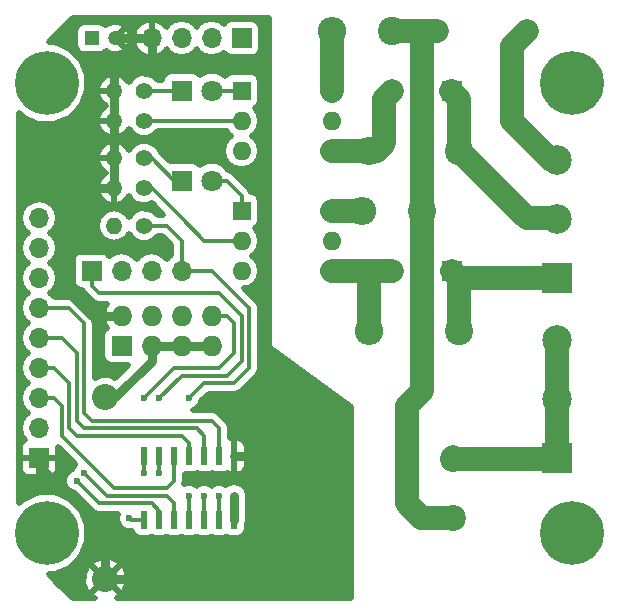
<source format=gbr>
G04 #@! TF.FileFunction,Copper,L2,Bot,Signal*
%FSLAX46Y46*%
G04 Gerber Fmt 4.6, Leading zero omitted, Abs format (unit mm)*
G04 Created by KiCad (PCBNEW 4.0.7-e2-6376~58~ubuntu17.04.1) date Sat May  5 23:35:11 2018*
%MOMM*%
%LPD*%
G01*
G04 APERTURE LIST*
%ADD10C,0.100000*%
%ADD11C,5.400000*%
%ADD12C,2.200000*%
%ADD13R,1.700000X1.700000*%
%ADD14O,1.700000X1.700000*%
%ADD15R,1.727200X1.727200*%
%ADD16O,1.727200X1.727200*%
%ADD17R,1.600000X1.600000*%
%ADD18O,1.600000X1.600000*%
%ADD19R,1.800000X1.800000*%
%ADD20O,1.800000X1.800000*%
%ADD21R,0.600000X1.500000*%
%ADD22C,1.800000*%
%ADD23C,2.400000*%
%ADD24O,2.400000X2.400000*%
%ADD25C,1.600000*%
%ADD26R,1.200000X1.200000*%
%ADD27C,1.200000*%
%ADD28C,2.500000*%
%ADD29R,2.500000X2.500000*%
%ADD30C,1.400000*%
%ADD31O,1.400000X1.400000*%
%ADD32C,0.600000*%
%ADD33C,0.800000*%
%ADD34C,0.300000*%
%ADD35C,2.000000*%
%ADD36C,0.500000*%
G04 APERTURE END LIST*
D10*
D11*
X176530000Y-137795000D03*
D12*
X210915000Y-136485000D03*
X210915000Y-131485000D03*
X181515000Y-141685000D03*
X181515000Y-126285000D03*
D13*
X175895000Y-131445000D03*
D14*
X175895000Y-128905000D03*
X175895000Y-126365000D03*
X175895000Y-123825000D03*
X175895000Y-121285000D03*
X175895000Y-118745000D03*
X175895000Y-116205000D03*
X175895000Y-113665000D03*
X175895000Y-111125000D03*
D11*
X176530000Y-99695000D03*
X220980000Y-137795000D03*
D15*
X182880000Y-121920000D03*
D16*
X182880000Y-119380000D03*
X185420000Y-121920000D03*
X185420000Y-119380000D03*
X187960000Y-121920000D03*
X187960000Y-119380000D03*
X190500000Y-121920000D03*
X190500000Y-119380000D03*
D17*
X193040000Y-110490000D03*
D18*
X200660000Y-115570000D03*
X193040000Y-113030000D03*
X200660000Y-113030000D03*
X193040000Y-115570000D03*
X200660000Y-110490000D03*
D19*
X210820000Y-115570000D03*
D20*
X208280000Y-115570000D03*
X205740000Y-115570000D03*
D21*
X192405000Y-136685000D03*
X191135000Y-136685000D03*
X189865000Y-136685000D03*
X188595000Y-136685000D03*
X187325000Y-136685000D03*
X186055000Y-136685000D03*
X184785000Y-136685000D03*
X184785000Y-131285000D03*
X186055000Y-131285000D03*
X187325000Y-131285000D03*
X188595000Y-131285000D03*
X189865000Y-131285000D03*
X191135000Y-131285000D03*
X192405000Y-131285000D03*
D19*
X187960000Y-100330000D03*
D22*
X190500000Y-100330000D03*
D19*
X187960000Y-107950000D03*
D22*
X190500000Y-107950000D03*
D17*
X193040000Y-100330000D03*
D18*
X200660000Y-105410000D03*
X193040000Y-102870000D03*
X200660000Y-102870000D03*
X193040000Y-105410000D03*
X200660000Y-100330000D03*
D19*
X210820000Y-100330000D03*
D20*
X208280000Y-100330000D03*
X205740000Y-100330000D03*
D13*
X193040000Y-95885000D03*
D14*
X190500000Y-95885000D03*
X187960000Y-95885000D03*
X185420000Y-95885000D03*
D23*
X205740000Y-95250000D03*
D24*
X200660000Y-95250000D03*
D23*
X208280000Y-110490000D03*
D24*
X203200000Y-110490000D03*
D23*
X211455000Y-105410000D03*
D24*
X203835000Y-105410000D03*
D23*
X211455000Y-120650000D03*
D24*
X203835000Y-120650000D03*
D13*
X180340000Y-115570000D03*
D14*
X182880000Y-115570000D03*
X185420000Y-115570000D03*
X187960000Y-115570000D03*
D11*
X220980000Y-99695000D03*
D25*
X209550000Y-95250000D03*
D18*
X217170000Y-95250000D03*
D26*
X180340000Y-95885000D03*
D27*
X182340000Y-95885000D03*
D28*
X219710000Y-106205000D03*
D29*
X219710000Y-116205000D03*
D28*
X219710000Y-111205000D03*
X219710000Y-121445000D03*
D29*
X219710000Y-131445000D03*
D28*
X219710000Y-126445000D03*
D30*
X184785000Y-100330000D03*
D31*
X182245000Y-100330000D03*
D30*
X184785000Y-106045000D03*
D31*
X182245000Y-106045000D03*
D30*
X184785000Y-102870000D03*
D31*
X182245000Y-102870000D03*
D30*
X184785000Y-108585000D03*
D31*
X182245000Y-108585000D03*
D30*
X184785000Y-111760000D03*
D31*
X182245000Y-111760000D03*
D32*
X191135000Y-134620000D03*
X189865000Y-134620000D03*
X186055000Y-126365000D03*
X186055000Y-132715000D03*
X184785000Y-126365000D03*
X184785000Y-132715000D03*
X183515000Y-136525000D03*
X188595000Y-126365000D03*
X188595000Y-134620000D03*
X179070000Y-133350000D03*
X179705000Y-132715000D03*
X192405000Y-134620000D03*
D33*
X182245000Y-108585000D02*
X180975000Y-108585000D01*
X180975000Y-108585000D02*
X179705000Y-109855000D01*
X182245000Y-106045000D02*
X182245000Y-108585000D01*
X182245000Y-102870000D02*
X182245000Y-106045000D01*
X182245000Y-100330000D02*
X182245000Y-102870000D01*
X180975000Y-119380000D02*
X180340000Y-119380000D01*
X177800000Y-116840000D02*
X177800000Y-116205000D01*
X180340000Y-119380000D02*
X177800000Y-116840000D01*
X177800000Y-111760000D02*
X177800000Y-116205000D01*
X178435000Y-111125000D02*
X177800000Y-111760000D01*
X179705000Y-109855000D02*
X178435000Y-111125000D01*
X182880000Y-119380000D02*
X180975000Y-119380000D01*
X182245000Y-98425000D02*
X182245000Y-100330000D01*
X181515000Y-137795000D02*
X181515000Y-137700000D01*
X181515000Y-137700000D02*
X175895000Y-132080000D01*
X175895000Y-132080000D02*
X175895000Y-131445000D01*
X181515000Y-137795000D02*
X181515000Y-141685000D01*
X182340000Y-95885000D02*
X185420000Y-95885000D01*
X192405000Y-131285000D02*
X194945000Y-131285000D01*
X194945000Y-131285000D02*
X194945000Y-131445000D01*
X185420000Y-97790000D02*
X185420000Y-95885000D01*
X194945000Y-130810000D02*
X194945000Y-99060000D01*
X182880000Y-97790000D02*
X182245000Y-98425000D01*
X193675000Y-97790000D02*
X185420000Y-97790000D01*
X185420000Y-97790000D02*
X182880000Y-97790000D01*
X194945000Y-99060000D02*
X193675000Y-97790000D01*
X194945000Y-130810000D02*
X194945000Y-131445000D01*
X193595000Y-141685000D02*
X194945000Y-140335000D01*
X194945000Y-140335000D02*
X194945000Y-132080000D01*
X193595000Y-141685000D02*
X181515000Y-141685000D01*
X194945000Y-131445000D02*
X194945000Y-132080000D01*
D34*
X187325000Y-131285000D02*
X187325000Y-133350000D01*
X182245000Y-133985000D02*
X181610000Y-133350000D01*
X186690000Y-133985000D02*
X182245000Y-133985000D01*
X187325000Y-133350000D02*
X186690000Y-133985000D01*
X177800000Y-127635000D02*
X177800000Y-127000000D01*
X177165000Y-126365000D02*
X175895000Y-126365000D01*
X177800000Y-127000000D02*
X177165000Y-126365000D01*
X177800000Y-129540000D02*
X177800000Y-127635000D01*
X181610000Y-133350000D02*
X177800000Y-129540000D01*
X184785000Y-100330000D02*
X187960000Y-100330000D01*
X191135000Y-136685000D02*
X191135000Y-134620000D01*
X191135000Y-136050000D02*
X191135000Y-134620000D01*
X190500000Y-100330000D02*
X193040000Y-100330000D01*
X187960000Y-107950000D02*
X187325000Y-107950000D01*
X187325000Y-107950000D02*
X185420000Y-106045000D01*
X185420000Y-106045000D02*
X184785000Y-106045000D01*
X189865000Y-136685000D02*
X189865000Y-134620000D01*
X189865000Y-136050000D02*
X189865000Y-134620000D01*
X190500000Y-107950000D02*
X191770000Y-107950000D01*
X193040000Y-109220000D02*
X193040000Y-110490000D01*
X191770000Y-107950000D02*
X193040000Y-109220000D01*
D35*
X210915000Y-136485000D02*
X208240000Y-136485000D01*
X208280000Y-125730000D02*
X208280000Y-115570000D01*
X207010000Y-127000000D02*
X208280000Y-125730000D01*
X207010000Y-135255000D02*
X207010000Y-127000000D01*
X208240000Y-136485000D02*
X207010000Y-135255000D01*
X208280000Y-100330000D02*
X208280000Y-95250000D01*
X205740000Y-95250000D02*
X208280000Y-95250000D01*
X208280000Y-95250000D02*
X209550000Y-95250000D01*
X210955000Y-136525000D02*
X210915000Y-136485000D01*
X208280000Y-100330000D02*
X208280000Y-110490000D01*
X208280000Y-115570000D02*
X208280000Y-110490000D01*
X217170000Y-111125000D02*
X211455000Y-105410000D01*
X211455000Y-105410000D02*
X211455000Y-101004998D01*
X211455000Y-101004998D02*
X210780002Y-100330000D01*
X210780002Y-100330000D02*
X210820000Y-100330000D01*
X219710000Y-111125000D02*
X217170000Y-111125000D01*
X203835000Y-105410000D02*
X204470000Y-105410000D01*
X204470000Y-105410000D02*
X205105000Y-104775000D01*
X205105000Y-101004998D02*
X205779998Y-100330000D01*
X205105000Y-104775000D02*
X205105000Y-101004998D01*
X205779998Y-100330000D02*
X205740000Y-100330000D01*
X200660000Y-105410000D02*
X203835000Y-105410000D01*
X205779998Y-100330000D02*
X205740000Y-100330000D01*
X219710000Y-116205000D02*
X211455000Y-116205000D01*
X211455000Y-116205000D02*
X210820000Y-115570000D01*
X211455000Y-116205000D02*
X210820000Y-115570000D01*
X211455000Y-120650000D02*
X211455000Y-118110000D01*
X211455000Y-118110000D02*
X211455000Y-116205000D01*
X211455000Y-116205000D02*
X210820000Y-115570000D01*
X203835000Y-120650000D02*
X203835000Y-115570000D01*
X200660000Y-115570000D02*
X203835000Y-115570000D01*
X203835000Y-115570000D02*
X205779998Y-115570000D01*
X205779998Y-115570000D02*
X205740000Y-115570000D01*
X205779998Y-115570000D02*
X205740000Y-115570000D01*
X205779998Y-115570000D02*
X205740000Y-115570000D01*
D34*
X184785000Y-102870000D02*
X193040000Y-102870000D01*
X191135000Y-113030000D02*
X189865000Y-113030000D01*
X189865000Y-113030000D02*
X187960000Y-111125000D01*
X184785000Y-108585000D02*
X185420000Y-108585000D01*
X185420000Y-108585000D02*
X187960000Y-111125000D01*
X191135000Y-113030000D02*
X193040000Y-113030000D01*
D35*
X200660000Y-95250000D02*
X200660000Y-100330000D01*
X200660000Y-110490000D02*
X203200000Y-110490000D01*
X219710000Y-106205000D02*
X219235000Y-106205000D01*
X219235000Y-106205000D02*
X215900000Y-102870000D01*
X215900000Y-102870000D02*
X215900000Y-96520000D01*
X215900000Y-96520000D02*
X217170000Y-95250000D01*
D34*
X180340000Y-116840000D02*
X180340000Y-115570000D01*
X180340000Y-116840000D02*
X180975000Y-117475000D01*
X180975000Y-117475000D02*
X181610000Y-117475000D01*
X191135000Y-117475000D02*
X181610000Y-117475000D01*
X191135000Y-124460000D02*
X191770000Y-124460000D01*
X193040000Y-123190000D02*
X193040000Y-122555000D01*
X191770000Y-124460000D02*
X193040000Y-123190000D01*
X192405000Y-118745000D02*
X193040000Y-119380000D01*
X193040000Y-119380000D02*
X193040000Y-122555000D01*
X191135000Y-117475000D02*
X192405000Y-118745000D01*
X191135000Y-124460000D02*
X187960000Y-124460000D01*
X187960000Y-124460000D02*
X186055000Y-126365000D01*
X186055000Y-131285000D02*
X186055000Y-132715000D01*
X190500000Y-119380000D02*
X191770000Y-119380000D01*
X190500000Y-123825000D02*
X191135000Y-123825000D01*
X192405000Y-122555000D02*
X192405000Y-121920000D01*
X191135000Y-123825000D02*
X192405000Y-122555000D01*
X191770000Y-119380000D02*
X192405000Y-120015000D01*
X192405000Y-120015000D02*
X192405000Y-121920000D01*
X184785000Y-126365000D02*
X186055000Y-125095000D01*
X184785000Y-131285000D02*
X184785000Y-132715000D01*
X187325000Y-123825000D02*
X190500000Y-123825000D01*
X186055000Y-125095000D02*
X187325000Y-123825000D01*
X183675000Y-136685000D02*
X184785000Y-136685000D01*
X183675000Y-136685000D02*
X183515000Y-136525000D01*
X187960000Y-115570000D02*
X187960000Y-113030000D01*
X186690000Y-111760000D02*
X184785000Y-111760000D01*
X187960000Y-113030000D02*
X186690000Y-111760000D01*
X191135000Y-116205000D02*
X190500000Y-115570000D01*
X190500000Y-115570000D02*
X187960000Y-115570000D01*
X193675000Y-123190000D02*
X193675000Y-123825000D01*
X192405000Y-125095000D02*
X191770000Y-125095000D01*
X193675000Y-123825000D02*
X192405000Y-125095000D01*
X193040000Y-118110000D02*
X193675000Y-118745000D01*
X193675000Y-118745000D02*
X193675000Y-123190000D01*
X188595000Y-136685000D02*
X188595000Y-134620000D01*
X189865000Y-125095000D02*
X191770000Y-125095000D01*
X188595000Y-126365000D02*
X189865000Y-125095000D01*
X193040000Y-118110000D02*
X191135000Y-116205000D01*
X188595000Y-131285000D02*
X188595000Y-130175000D01*
X187960000Y-129540000D02*
X183515000Y-129540000D01*
X188595000Y-130175000D02*
X187960000Y-129540000D01*
X178435000Y-128270000D02*
X178435000Y-128905000D01*
X179070000Y-129540000D02*
X179705000Y-129540000D01*
X178435000Y-128905000D02*
X179070000Y-129540000D01*
X178435000Y-125095000D02*
X177165000Y-123825000D01*
X178435000Y-128270000D02*
X178435000Y-125095000D01*
X179705000Y-129540000D02*
X183515000Y-129540000D01*
X177165000Y-123825000D02*
X176530000Y-123825000D01*
X176530000Y-123825000D02*
X175895000Y-123825000D01*
X176530000Y-123825000D02*
X175895000Y-123825000D01*
X186055000Y-136685000D02*
X186055000Y-135890000D01*
X180975000Y-135255000D02*
X180340000Y-134620000D01*
X185420000Y-135255000D02*
X180975000Y-135255000D01*
X186055000Y-135890000D02*
X185420000Y-135255000D01*
X180340000Y-134620000D02*
X179070000Y-133350000D01*
X187325000Y-136685000D02*
X187325000Y-135255000D01*
X187325000Y-135255000D02*
X186690000Y-134620000D01*
X186690000Y-134620000D02*
X181610000Y-134620000D01*
X181610000Y-134620000D02*
X180975000Y-133985000D01*
X180975000Y-133985000D02*
X179705000Y-132715000D01*
X187325000Y-136050000D02*
X187325000Y-135255000D01*
X189865000Y-131285000D02*
X189865000Y-129540000D01*
X189230000Y-128905000D02*
X182880000Y-128905000D01*
X189865000Y-129540000D02*
X189230000Y-128905000D01*
X175895000Y-121285000D02*
X177800000Y-121285000D01*
X179070000Y-122555000D02*
X179070000Y-123825000D01*
X177800000Y-121285000D02*
X179070000Y-122555000D01*
X179070000Y-127635000D02*
X179070000Y-128270000D01*
X180340000Y-128905000D02*
X182880000Y-128905000D01*
X179070000Y-127635000D02*
X179070000Y-123825000D01*
X179070000Y-128270000D02*
X179705000Y-128905000D01*
X179705000Y-128905000D02*
X180340000Y-128905000D01*
X191135000Y-131285000D02*
X191135000Y-128905000D01*
X190500000Y-128270000D02*
X182245000Y-128270000D01*
X191135000Y-128905000D02*
X190500000Y-128270000D01*
X177165000Y-118745000D02*
X178435000Y-118745000D01*
X179705000Y-120015000D02*
X179705000Y-123190000D01*
X178435000Y-118745000D02*
X179705000Y-120015000D01*
X177165000Y-118745000D02*
X176530000Y-118745000D01*
X176530000Y-118745000D02*
X175895000Y-118745000D01*
X179705000Y-127000000D02*
X179705000Y-127635000D01*
X179705000Y-123190000D02*
X179705000Y-127000000D01*
X180975000Y-128270000D02*
X182245000Y-128270000D01*
X179705000Y-127635000D02*
X180340000Y-128270000D01*
X180340000Y-128270000D02*
X180975000Y-128270000D01*
X176530000Y-118745000D02*
X175895000Y-118745000D01*
D33*
X190500000Y-121920000D02*
X187960000Y-121920000D01*
X187960000Y-121920000D02*
X185420000Y-121920000D01*
X181515000Y-126285000D02*
X182325000Y-126285000D01*
X182325000Y-126285000D02*
X185420000Y-123190000D01*
X185420000Y-123190000D02*
X185420000Y-121920000D01*
X192405000Y-136685000D02*
X192405000Y-134620000D01*
D35*
X210915000Y-131485000D02*
X219670000Y-131485000D01*
X219670000Y-131485000D02*
X219710000Y-131445000D01*
X219670000Y-131485000D02*
X219710000Y-131445000D01*
X219710000Y-126445000D02*
X219710000Y-121445000D01*
X219710000Y-131445000D02*
X219710000Y-126445000D01*
X210915000Y-131485000D02*
X210915000Y-131350000D01*
X210955000Y-131525000D02*
X210915000Y-131485000D01*
D36*
G36*
X195330000Y-121920000D02*
X195349696Y-122017264D01*
X195432957Y-122122184D01*
X202315000Y-127127306D01*
X202315000Y-143320000D01*
X182449381Y-143320000D01*
X182508230Y-143298148D01*
X182625262Y-143219950D01*
X182717714Y-142893371D01*
X181515000Y-141690657D01*
X180312286Y-142893371D01*
X180404738Y-143219950D01*
X180622974Y-143320000D01*
X178776726Y-143320000D01*
X177442026Y-141985300D01*
X179644553Y-141985300D01*
X179901852Y-142678230D01*
X179980050Y-142795262D01*
X180306629Y-142887714D01*
X181509343Y-141685000D01*
X181520657Y-141685000D01*
X182723371Y-142887714D01*
X183049950Y-142795262D01*
X183357988Y-142123348D01*
X183385447Y-141384700D01*
X183128148Y-140691770D01*
X183049950Y-140574738D01*
X182723371Y-140482286D01*
X181520657Y-141685000D01*
X181509343Y-141685000D01*
X180306629Y-140482286D01*
X179980050Y-140574738D01*
X179672012Y-141246652D01*
X179644553Y-141985300D01*
X177442026Y-141985300D01*
X176701877Y-141245151D01*
X177213237Y-141245597D01*
X178481715Y-140721473D01*
X178726986Y-140476629D01*
X180312286Y-140476629D01*
X181515000Y-141679343D01*
X182717714Y-140476629D01*
X182625262Y-140150050D01*
X181953348Y-139842012D01*
X181214700Y-139814553D01*
X180521770Y-140071852D01*
X180404738Y-140150050D01*
X180312286Y-140476629D01*
X178726986Y-140476629D01*
X179453062Y-139751819D01*
X179979399Y-138484258D01*
X179980597Y-137111763D01*
X179456473Y-135843285D01*
X178486819Y-134871938D01*
X177219258Y-134345601D01*
X175846763Y-134344403D01*
X174578285Y-134868527D01*
X174180000Y-135266118D01*
X174180000Y-131638500D01*
X174287000Y-131638500D01*
X174287000Y-132445775D01*
X174402398Y-132724372D01*
X174615627Y-132937601D01*
X174894224Y-133053000D01*
X175701500Y-133053000D01*
X175891000Y-132863500D01*
X175891000Y-131449000D01*
X175899000Y-131449000D01*
X175899000Y-132863500D01*
X176088500Y-133053000D01*
X176895776Y-133053000D01*
X177174373Y-132937601D01*
X177387602Y-132724372D01*
X177503000Y-132445775D01*
X177503000Y-131638500D01*
X177313500Y-131449000D01*
X175899000Y-131449000D01*
X175891000Y-131449000D01*
X174476500Y-131449000D01*
X174287000Y-131638500D01*
X174180000Y-131638500D01*
X174180000Y-111125000D01*
X174263654Y-111125000D01*
X174385447Y-111737293D01*
X174732283Y-112256371D01*
X174939756Y-112395000D01*
X174732283Y-112533629D01*
X174385447Y-113052707D01*
X174263654Y-113665000D01*
X174385447Y-114277293D01*
X174732283Y-114796371D01*
X174939756Y-114935000D01*
X174732283Y-115073629D01*
X174385447Y-115592707D01*
X174263654Y-116205000D01*
X174385447Y-116817293D01*
X174732283Y-117336371D01*
X174939756Y-117475000D01*
X174732283Y-117613629D01*
X174385447Y-118132707D01*
X174263654Y-118745000D01*
X174385447Y-119357293D01*
X174732283Y-119876371D01*
X174939756Y-120015000D01*
X174732283Y-120153629D01*
X174385447Y-120672707D01*
X174263654Y-121285000D01*
X174385447Y-121897293D01*
X174732283Y-122416371D01*
X174939756Y-122555000D01*
X174732283Y-122693629D01*
X174385447Y-123212707D01*
X174263654Y-123825000D01*
X174385447Y-124437293D01*
X174732283Y-124956371D01*
X174939756Y-125095000D01*
X174732283Y-125233629D01*
X174385447Y-125752707D01*
X174263654Y-126365000D01*
X174385447Y-126977293D01*
X174732283Y-127496371D01*
X174939756Y-127635000D01*
X174732283Y-127773629D01*
X174385447Y-128292707D01*
X174263654Y-128905000D01*
X174385447Y-129517293D01*
X174663050Y-129932756D01*
X174615627Y-129952399D01*
X174402398Y-130165628D01*
X174287000Y-130444225D01*
X174287000Y-131251500D01*
X174476500Y-131441000D01*
X175891000Y-131441000D01*
X175891000Y-131421000D01*
X175899000Y-131421000D01*
X175899000Y-131441000D01*
X177313500Y-131441000D01*
X177503000Y-131251500D01*
X177503000Y-130515792D01*
X178961140Y-131973932D01*
X178815372Y-132119446D01*
X178715294Y-132360460D01*
X178476000Y-132459334D01*
X178180372Y-132754446D01*
X178020182Y-133140226D01*
X178019818Y-133557942D01*
X178179334Y-133944000D01*
X178474446Y-134239628D01*
X178837653Y-134390445D01*
X180338604Y-135891396D01*
X180630585Y-136086492D01*
X180975000Y-136155000D01*
X182531714Y-136155000D01*
X182465182Y-136315226D01*
X182464818Y-136732942D01*
X182624334Y-137119000D01*
X182919446Y-137414628D01*
X183305226Y-137574818D01*
X183625213Y-137575097D01*
X183675000Y-137585000D01*
X183748532Y-137585000D01*
X183772604Y-137712933D01*
X183936862Y-137968198D01*
X184187492Y-138139446D01*
X184485000Y-138199693D01*
X185085000Y-138199693D01*
X185362933Y-138147396D01*
X185417623Y-138112204D01*
X185457492Y-138139446D01*
X185755000Y-138199693D01*
X186355000Y-138199693D01*
X186632933Y-138147396D01*
X186687623Y-138112204D01*
X186727492Y-138139446D01*
X187025000Y-138199693D01*
X187625000Y-138199693D01*
X187902933Y-138147396D01*
X187957623Y-138112204D01*
X187997492Y-138139446D01*
X188295000Y-138199693D01*
X188895000Y-138199693D01*
X189172933Y-138147396D01*
X189227623Y-138112204D01*
X189267492Y-138139446D01*
X189565000Y-138199693D01*
X190165000Y-138199693D01*
X190442933Y-138147396D01*
X190497623Y-138112204D01*
X190537492Y-138139446D01*
X190835000Y-138199693D01*
X191435000Y-138199693D01*
X191712933Y-138147396D01*
X191767623Y-138112204D01*
X191807492Y-138139446D01*
X192105000Y-138199693D01*
X192705000Y-138199693D01*
X192982933Y-138147396D01*
X193238198Y-137983138D01*
X193409446Y-137732508D01*
X193469693Y-137435000D01*
X193469693Y-137113865D01*
X193555000Y-136685000D01*
X193555000Y-134620000D01*
X193467461Y-134179914D01*
X193218173Y-133806827D01*
X192845086Y-133557539D01*
X192405000Y-133470000D01*
X191964914Y-133557539D01*
X191715565Y-133724148D01*
X191344774Y-133570182D01*
X190927058Y-133569818D01*
X190541000Y-133729334D01*
X190500188Y-133770075D01*
X190460554Y-133730372D01*
X190074774Y-133570182D01*
X189657058Y-133569818D01*
X189271000Y-133729334D01*
X189230188Y-133770075D01*
X189190554Y-133730372D01*
X188804774Y-133570182D01*
X188387058Y-133569818D01*
X188162848Y-133662460D01*
X188225000Y-133350000D01*
X188225000Y-132785518D01*
X188295000Y-132799693D01*
X188895000Y-132799693D01*
X189172933Y-132747396D01*
X189227623Y-132712204D01*
X189267492Y-132739446D01*
X189565000Y-132799693D01*
X190165000Y-132799693D01*
X190442933Y-132747396D01*
X190497623Y-132712204D01*
X190537492Y-132739446D01*
X190835000Y-132799693D01*
X191435000Y-132799693D01*
X191712933Y-132747396D01*
X191764311Y-132714335D01*
X191954225Y-132793000D01*
X192211500Y-132793000D01*
X192401000Y-132603500D01*
X192401000Y-131289000D01*
X192409000Y-131289000D01*
X192409000Y-132603500D01*
X192598500Y-132793000D01*
X192855775Y-132793000D01*
X193134372Y-132677602D01*
X193347601Y-132464373D01*
X193463000Y-132185776D01*
X193463000Y-131478500D01*
X193273500Y-131289000D01*
X192409000Y-131289000D01*
X192401000Y-131289000D01*
X192381000Y-131289000D01*
X192381000Y-131281000D01*
X192401000Y-131281000D01*
X192401000Y-129966500D01*
X192409000Y-129966500D01*
X192409000Y-131281000D01*
X193273500Y-131281000D01*
X193463000Y-131091500D01*
X193463000Y-130384224D01*
X193347601Y-130105627D01*
X193134372Y-129892398D01*
X192855775Y-129777000D01*
X192598500Y-129777000D01*
X192409000Y-129966500D01*
X192401000Y-129966500D01*
X192211500Y-129777000D01*
X192035000Y-129777000D01*
X192035000Y-128905000D01*
X191966492Y-128560585D01*
X191771396Y-128268604D01*
X191136396Y-127633604D01*
X190844415Y-127438508D01*
X190500000Y-127370000D01*
X188912291Y-127370000D01*
X189189000Y-127255666D01*
X189484628Y-126960554D01*
X189635445Y-126597347D01*
X190237792Y-125995000D01*
X192405000Y-125995000D01*
X192749415Y-125926492D01*
X193041396Y-125731396D01*
X194311396Y-124461396D01*
X194506492Y-124169416D01*
X194575000Y-123825000D01*
X194575000Y-118745000D01*
X194506492Y-118400585D01*
X194311396Y-118108604D01*
X193280912Y-117078120D01*
X193663525Y-117002013D01*
X194166382Y-116666016D01*
X194502379Y-116163159D01*
X194620366Y-115570000D01*
X194502379Y-114976841D01*
X194166382Y-114473984D01*
X193905996Y-114300000D01*
X194166382Y-114126016D01*
X194502379Y-113623159D01*
X194620366Y-113030000D01*
X194502379Y-112436841D01*
X194183781Y-111960024D01*
X194373198Y-111838138D01*
X194544446Y-111587508D01*
X194604693Y-111290000D01*
X194604693Y-109690000D01*
X194552396Y-109412067D01*
X194388138Y-109156802D01*
X194137508Y-108985554D01*
X193883119Y-108934039D01*
X193871492Y-108875584D01*
X193676396Y-108583604D01*
X192406396Y-107313604D01*
X192114415Y-107118508D01*
X191926273Y-107081085D01*
X191899617Y-107016571D01*
X191435870Y-106552014D01*
X190829645Y-106300287D01*
X190173235Y-106299715D01*
X189566571Y-106550383D01*
X189483261Y-106633547D01*
X189408138Y-106516802D01*
X189157508Y-106345554D01*
X188860000Y-106285307D01*
X187060000Y-106285307D01*
X186953196Y-106305404D01*
X186115278Y-105467486D01*
X186014967Y-105224714D01*
X185607431Y-104816467D01*
X185074688Y-104595252D01*
X184497843Y-104594749D01*
X183964714Y-104815033D01*
X183556467Y-105222569D01*
X183501649Y-105354584D01*
X183426893Y-105191248D01*
X183010210Y-104803945D01*
X182477031Y-104605581D01*
X182249000Y-104776505D01*
X182249000Y-106041000D01*
X182269000Y-106041000D01*
X182269000Y-106049000D01*
X182249000Y-106049000D01*
X182249000Y-107313495D01*
X182251008Y-107315000D01*
X182249000Y-107316505D01*
X182249000Y-108581000D01*
X182269000Y-108581000D01*
X182269000Y-108589000D01*
X182249000Y-108589000D01*
X182249000Y-109853495D01*
X182477031Y-110024419D01*
X183010210Y-109826055D01*
X183426893Y-109438752D01*
X183501503Y-109275734D01*
X183555033Y-109405286D01*
X183962569Y-109813533D01*
X184495312Y-110034748D01*
X185072157Y-110035251D01*
X185443870Y-109881662D01*
X186422208Y-110860000D01*
X185935392Y-110860000D01*
X185607431Y-110531467D01*
X185074688Y-110310252D01*
X184497843Y-110309749D01*
X183964714Y-110530033D01*
X183556467Y-110937569D01*
X183509632Y-111050360D01*
X183298712Y-110734695D01*
X182828298Y-110420375D01*
X182273407Y-110310000D01*
X182216593Y-110310000D01*
X181661702Y-110420375D01*
X181191288Y-110734695D01*
X180876968Y-111205109D01*
X180766593Y-111760000D01*
X180876968Y-112314891D01*
X181191288Y-112785305D01*
X181661702Y-113099625D01*
X182216593Y-113210000D01*
X182273407Y-113210000D01*
X182828298Y-113099625D01*
X183298712Y-112785305D01*
X183509436Y-112469933D01*
X183555033Y-112580286D01*
X183962569Y-112988533D01*
X184495312Y-113209748D01*
X185072157Y-113210251D01*
X185605286Y-112989967D01*
X185935829Y-112660000D01*
X186317208Y-112660000D01*
X187060000Y-113402792D01*
X187060000Y-114252686D01*
X186828629Y-114407283D01*
X186690000Y-114614756D01*
X186551371Y-114407283D01*
X186032293Y-114060447D01*
X185420000Y-113938654D01*
X184807707Y-114060447D01*
X184288629Y-114407283D01*
X184150000Y-114614756D01*
X184011371Y-114407283D01*
X183492293Y-114060447D01*
X182880000Y-113938654D01*
X182267707Y-114060447D01*
X181840509Y-114345891D01*
X181738138Y-114186802D01*
X181487508Y-114015554D01*
X181190000Y-113955307D01*
X179490000Y-113955307D01*
X179212067Y-114007604D01*
X178956802Y-114171862D01*
X178785554Y-114422492D01*
X178725307Y-114720000D01*
X178725307Y-116420000D01*
X178777604Y-116697933D01*
X178941862Y-116953198D01*
X179192492Y-117124446D01*
X179490000Y-117184693D01*
X179508694Y-117184693D01*
X179703604Y-117476396D01*
X180338604Y-118111396D01*
X180630585Y-118306492D01*
X180975000Y-118375000D01*
X181642802Y-118375000D01*
X181499453Y-118529308D01*
X181278995Y-119122376D01*
X181447905Y-119376000D01*
X182876000Y-119376000D01*
X182876000Y-119356000D01*
X182884000Y-119356000D01*
X182884000Y-119376000D01*
X182904000Y-119376000D01*
X182904000Y-119384000D01*
X182884000Y-119384000D01*
X182884000Y-119404000D01*
X182876000Y-119404000D01*
X182876000Y-119384000D01*
X181447905Y-119384000D01*
X181278995Y-119637624D01*
X181499453Y-120230692D01*
X181654757Y-120397870D01*
X181483202Y-120508262D01*
X181311954Y-120758892D01*
X181251707Y-121056400D01*
X181251707Y-122783600D01*
X181304004Y-123061533D01*
X181468262Y-123316798D01*
X181718892Y-123488046D01*
X182016400Y-123548293D01*
X183435361Y-123548293D01*
X182353591Y-124630063D01*
X181884602Y-124435321D01*
X181148627Y-124434679D01*
X180605000Y-124659301D01*
X180605000Y-120015000D01*
X180562166Y-119799658D01*
X180536492Y-119670584D01*
X180341396Y-119378604D01*
X179071396Y-118108604D01*
X178779415Y-117913508D01*
X178435000Y-117845000D01*
X177212314Y-117845000D01*
X177057717Y-117613629D01*
X176850244Y-117475000D01*
X177057717Y-117336371D01*
X177404553Y-116817293D01*
X177526346Y-116205000D01*
X177404553Y-115592707D01*
X177057717Y-115073629D01*
X176850244Y-114935000D01*
X177057717Y-114796371D01*
X177404553Y-114277293D01*
X177526346Y-113665000D01*
X177404553Y-113052707D01*
X177057717Y-112533629D01*
X176850244Y-112395000D01*
X177057717Y-112256371D01*
X177404553Y-111737293D01*
X177526346Y-111125000D01*
X177404553Y-110512707D01*
X177057717Y-109993629D01*
X176538639Y-109646793D01*
X175926346Y-109525000D01*
X175863654Y-109525000D01*
X175251361Y-109646793D01*
X174732283Y-109993629D01*
X174385447Y-110512707D01*
X174263654Y-111125000D01*
X174180000Y-111125000D01*
X174180000Y-108817031D01*
X180805581Y-108817031D01*
X180826357Y-108921473D01*
X181063107Y-109438752D01*
X181479790Y-109826055D01*
X182012969Y-110024419D01*
X182241000Y-109853495D01*
X182241000Y-108589000D01*
X180976506Y-108589000D01*
X180805581Y-108817031D01*
X174180000Y-108817031D01*
X174180000Y-106277031D01*
X180805581Y-106277031D01*
X180826357Y-106381473D01*
X181063107Y-106898752D01*
X181479790Y-107286055D01*
X181557591Y-107315000D01*
X181479790Y-107343945D01*
X181063107Y-107731248D01*
X180826357Y-108248527D01*
X180805581Y-108352969D01*
X180976506Y-108581000D01*
X182241000Y-108581000D01*
X182241000Y-107316505D01*
X182238992Y-107315000D01*
X182241000Y-107313495D01*
X182241000Y-106049000D01*
X180976506Y-106049000D01*
X180805581Y-106277031D01*
X174180000Y-106277031D01*
X174180000Y-105812969D01*
X180805581Y-105812969D01*
X180976506Y-106041000D01*
X182241000Y-106041000D01*
X182241000Y-104776505D01*
X182012969Y-104605581D01*
X181479790Y-104803945D01*
X181063107Y-105191248D01*
X180826357Y-105708527D01*
X180805581Y-105812969D01*
X174180000Y-105812969D01*
X174180000Y-102224195D01*
X174573181Y-102618062D01*
X175840742Y-103144399D01*
X177213237Y-103145597D01*
X177318674Y-103102031D01*
X180805581Y-103102031D01*
X180826357Y-103206473D01*
X181063107Y-103723752D01*
X181479790Y-104111055D01*
X182012969Y-104309419D01*
X182241000Y-104138495D01*
X182241000Y-102874000D01*
X180976506Y-102874000D01*
X180805581Y-103102031D01*
X177318674Y-103102031D01*
X178481715Y-102621473D01*
X179453062Y-101651819D01*
X179905581Y-100562031D01*
X180805581Y-100562031D01*
X180826357Y-100666473D01*
X181063107Y-101183752D01*
X181479790Y-101571055D01*
X181557591Y-101600000D01*
X181479790Y-101628945D01*
X181063107Y-102016248D01*
X180826357Y-102533527D01*
X180805581Y-102637969D01*
X180976506Y-102866000D01*
X182241000Y-102866000D01*
X182241000Y-101601505D01*
X182238992Y-101600000D01*
X182241000Y-101598495D01*
X182241000Y-100334000D01*
X180976506Y-100334000D01*
X180805581Y-100562031D01*
X179905581Y-100562031D01*
X179979399Y-100384258D01*
X179979648Y-100097969D01*
X180805581Y-100097969D01*
X180976506Y-100326000D01*
X182241000Y-100326000D01*
X182241000Y-99061505D01*
X182249000Y-99061505D01*
X182249000Y-100326000D01*
X182269000Y-100326000D01*
X182269000Y-100334000D01*
X182249000Y-100334000D01*
X182249000Y-101598495D01*
X182251008Y-101600000D01*
X182249000Y-101601505D01*
X182249000Y-102866000D01*
X182269000Y-102866000D01*
X182269000Y-102874000D01*
X182249000Y-102874000D01*
X182249000Y-104138495D01*
X182477031Y-104309419D01*
X183010210Y-104111055D01*
X183426893Y-103723752D01*
X183501503Y-103560734D01*
X183555033Y-103690286D01*
X183962569Y-104098533D01*
X184495312Y-104319748D01*
X185072157Y-104320251D01*
X185605286Y-104099967D01*
X185935829Y-103770000D01*
X191782645Y-103770000D01*
X191913618Y-103966016D01*
X192174004Y-104140000D01*
X191913618Y-104313984D01*
X191577621Y-104816841D01*
X191459634Y-105410000D01*
X191577621Y-106003159D01*
X191913618Y-106506016D01*
X192416475Y-106842013D01*
X193009634Y-106960000D01*
X193070366Y-106960000D01*
X193663525Y-106842013D01*
X194166382Y-106506016D01*
X194502379Y-106003159D01*
X194620366Y-105410000D01*
X194502379Y-104816841D01*
X194166382Y-104313984D01*
X193905996Y-104140000D01*
X194166382Y-103966016D01*
X194502379Y-103463159D01*
X194620366Y-102870000D01*
X194502379Y-102276841D01*
X194183781Y-101800024D01*
X194373198Y-101678138D01*
X194544446Y-101427508D01*
X194604693Y-101130000D01*
X194604693Y-99530000D01*
X194552396Y-99252067D01*
X194388138Y-98996802D01*
X194137508Y-98825554D01*
X193840000Y-98765307D01*
X192240000Y-98765307D01*
X191962067Y-98817604D01*
X191706802Y-98981862D01*
X191616932Y-99113392D01*
X191435870Y-98932014D01*
X190829645Y-98680287D01*
X190173235Y-98679715D01*
X189566571Y-98930383D01*
X189483261Y-99013547D01*
X189408138Y-98896802D01*
X189157508Y-98725554D01*
X188860000Y-98665307D01*
X187060000Y-98665307D01*
X186782067Y-98717604D01*
X186526802Y-98881862D01*
X186355554Y-99132492D01*
X186295307Y-99430000D01*
X185935392Y-99430000D01*
X185607431Y-99101467D01*
X185074688Y-98880252D01*
X184497843Y-98879749D01*
X183964714Y-99100033D01*
X183556467Y-99507569D01*
X183501649Y-99639584D01*
X183426893Y-99476248D01*
X183010210Y-99088945D01*
X182477031Y-98890581D01*
X182249000Y-99061505D01*
X182241000Y-99061505D01*
X182012969Y-98890581D01*
X181479790Y-99088945D01*
X181063107Y-99476248D01*
X180826357Y-99993527D01*
X180805581Y-100097969D01*
X179979648Y-100097969D01*
X179980597Y-99011763D01*
X179456473Y-97743285D01*
X178486819Y-96771938D01*
X177219258Y-96245601D01*
X176701577Y-96245149D01*
X177661726Y-95285000D01*
X178975307Y-95285000D01*
X178975307Y-96485000D01*
X179027604Y-96762933D01*
X179191862Y-97018198D01*
X179442492Y-97189446D01*
X179740000Y-97249693D01*
X180940000Y-97249693D01*
X181217933Y-97197396D01*
X181473198Y-97033138D01*
X181523810Y-96959065D01*
X181529389Y-97007516D01*
X182020661Y-97232277D01*
X182560550Y-97251927D01*
X183066862Y-97063475D01*
X183150611Y-97007516D01*
X183182233Y-96732890D01*
X182340000Y-95890657D01*
X182325858Y-95904799D01*
X182320201Y-95899142D01*
X182334343Y-95885000D01*
X182345657Y-95885000D01*
X183187890Y-96727233D01*
X183462516Y-96695611D01*
X183687277Y-96204339D01*
X183689600Y-96140497D01*
X183832428Y-96140497D01*
X184051049Y-96728586D01*
X184478081Y-97188247D01*
X185048511Y-97449500D01*
X185164503Y-97472572D01*
X185416000Y-97303494D01*
X185416000Y-95889000D01*
X184001505Y-95889000D01*
X183832428Y-96140497D01*
X183689600Y-96140497D01*
X183706927Y-95664450D01*
X183693920Y-95629503D01*
X183832428Y-95629503D01*
X184001505Y-95881000D01*
X185416000Y-95881000D01*
X185416000Y-94466506D01*
X185424000Y-94466506D01*
X185424000Y-95881000D01*
X185444000Y-95881000D01*
X185444000Y-95889000D01*
X185424000Y-95889000D01*
X185424000Y-97303494D01*
X185675497Y-97472572D01*
X185791489Y-97449500D01*
X186361919Y-97188247D01*
X186688000Y-96837250D01*
X186828629Y-97047717D01*
X187347707Y-97394553D01*
X187960000Y-97516346D01*
X188572293Y-97394553D01*
X189091371Y-97047717D01*
X189230000Y-96840244D01*
X189368629Y-97047717D01*
X189887707Y-97394553D01*
X190500000Y-97516346D01*
X191112293Y-97394553D01*
X191539491Y-97109109D01*
X191641862Y-97268198D01*
X191892492Y-97439446D01*
X192190000Y-97499693D01*
X193890000Y-97499693D01*
X194167933Y-97447396D01*
X194423198Y-97283138D01*
X194594446Y-97032508D01*
X194654693Y-96735000D01*
X194654693Y-95035000D01*
X194602396Y-94757067D01*
X194438138Y-94501802D01*
X194187508Y-94330554D01*
X193890000Y-94270307D01*
X192190000Y-94270307D01*
X191912067Y-94322604D01*
X191656802Y-94486862D01*
X191538394Y-94660158D01*
X191112293Y-94375447D01*
X190500000Y-94253654D01*
X189887707Y-94375447D01*
X189368629Y-94722283D01*
X189230000Y-94929756D01*
X189091371Y-94722283D01*
X188572293Y-94375447D01*
X187960000Y-94253654D01*
X187347707Y-94375447D01*
X186828629Y-94722283D01*
X186688000Y-94932750D01*
X186361919Y-94581753D01*
X185791489Y-94320500D01*
X185675497Y-94297428D01*
X185424000Y-94466506D01*
X185416000Y-94466506D01*
X185164503Y-94297428D01*
X185048511Y-94320500D01*
X184478081Y-94581753D01*
X184051049Y-95041414D01*
X183832428Y-95629503D01*
X183693920Y-95629503D01*
X183518475Y-95158138D01*
X183462516Y-95074389D01*
X183187890Y-95042767D01*
X182345657Y-95885000D01*
X182334343Y-95885000D01*
X182320201Y-95870858D01*
X182325858Y-95865201D01*
X182340000Y-95879343D01*
X183182233Y-95037110D01*
X183150611Y-94762484D01*
X182659339Y-94537723D01*
X182119450Y-94518073D01*
X181613138Y-94706525D01*
X181529389Y-94762484D01*
X181524171Y-94807799D01*
X181488138Y-94751802D01*
X181237508Y-94580554D01*
X180940000Y-94520307D01*
X179740000Y-94520307D01*
X179462067Y-94572604D01*
X179206802Y-94736862D01*
X179035554Y-94987492D01*
X178975307Y-95285000D01*
X177661726Y-95285000D01*
X178776726Y-94170000D01*
X195330000Y-94170000D01*
X195330000Y-121920000D01*
X195330000Y-121920000D01*
G37*
X195330000Y-121920000D02*
X195349696Y-122017264D01*
X195432957Y-122122184D01*
X202315000Y-127127306D01*
X202315000Y-143320000D01*
X182449381Y-143320000D01*
X182508230Y-143298148D01*
X182625262Y-143219950D01*
X182717714Y-142893371D01*
X181515000Y-141690657D01*
X180312286Y-142893371D01*
X180404738Y-143219950D01*
X180622974Y-143320000D01*
X178776726Y-143320000D01*
X177442026Y-141985300D01*
X179644553Y-141985300D01*
X179901852Y-142678230D01*
X179980050Y-142795262D01*
X180306629Y-142887714D01*
X181509343Y-141685000D01*
X181520657Y-141685000D01*
X182723371Y-142887714D01*
X183049950Y-142795262D01*
X183357988Y-142123348D01*
X183385447Y-141384700D01*
X183128148Y-140691770D01*
X183049950Y-140574738D01*
X182723371Y-140482286D01*
X181520657Y-141685000D01*
X181509343Y-141685000D01*
X180306629Y-140482286D01*
X179980050Y-140574738D01*
X179672012Y-141246652D01*
X179644553Y-141985300D01*
X177442026Y-141985300D01*
X176701877Y-141245151D01*
X177213237Y-141245597D01*
X178481715Y-140721473D01*
X178726986Y-140476629D01*
X180312286Y-140476629D01*
X181515000Y-141679343D01*
X182717714Y-140476629D01*
X182625262Y-140150050D01*
X181953348Y-139842012D01*
X181214700Y-139814553D01*
X180521770Y-140071852D01*
X180404738Y-140150050D01*
X180312286Y-140476629D01*
X178726986Y-140476629D01*
X179453062Y-139751819D01*
X179979399Y-138484258D01*
X179980597Y-137111763D01*
X179456473Y-135843285D01*
X178486819Y-134871938D01*
X177219258Y-134345601D01*
X175846763Y-134344403D01*
X174578285Y-134868527D01*
X174180000Y-135266118D01*
X174180000Y-131638500D01*
X174287000Y-131638500D01*
X174287000Y-132445775D01*
X174402398Y-132724372D01*
X174615627Y-132937601D01*
X174894224Y-133053000D01*
X175701500Y-133053000D01*
X175891000Y-132863500D01*
X175891000Y-131449000D01*
X175899000Y-131449000D01*
X175899000Y-132863500D01*
X176088500Y-133053000D01*
X176895776Y-133053000D01*
X177174373Y-132937601D01*
X177387602Y-132724372D01*
X177503000Y-132445775D01*
X177503000Y-131638500D01*
X177313500Y-131449000D01*
X175899000Y-131449000D01*
X175891000Y-131449000D01*
X174476500Y-131449000D01*
X174287000Y-131638500D01*
X174180000Y-131638500D01*
X174180000Y-111125000D01*
X174263654Y-111125000D01*
X174385447Y-111737293D01*
X174732283Y-112256371D01*
X174939756Y-112395000D01*
X174732283Y-112533629D01*
X174385447Y-113052707D01*
X174263654Y-113665000D01*
X174385447Y-114277293D01*
X174732283Y-114796371D01*
X174939756Y-114935000D01*
X174732283Y-115073629D01*
X174385447Y-115592707D01*
X174263654Y-116205000D01*
X174385447Y-116817293D01*
X174732283Y-117336371D01*
X174939756Y-117475000D01*
X174732283Y-117613629D01*
X174385447Y-118132707D01*
X174263654Y-118745000D01*
X174385447Y-119357293D01*
X174732283Y-119876371D01*
X174939756Y-120015000D01*
X174732283Y-120153629D01*
X174385447Y-120672707D01*
X174263654Y-121285000D01*
X174385447Y-121897293D01*
X174732283Y-122416371D01*
X174939756Y-122555000D01*
X174732283Y-122693629D01*
X174385447Y-123212707D01*
X174263654Y-123825000D01*
X174385447Y-124437293D01*
X174732283Y-124956371D01*
X174939756Y-125095000D01*
X174732283Y-125233629D01*
X174385447Y-125752707D01*
X174263654Y-126365000D01*
X174385447Y-126977293D01*
X174732283Y-127496371D01*
X174939756Y-127635000D01*
X174732283Y-127773629D01*
X174385447Y-128292707D01*
X174263654Y-128905000D01*
X174385447Y-129517293D01*
X174663050Y-129932756D01*
X174615627Y-129952399D01*
X174402398Y-130165628D01*
X174287000Y-130444225D01*
X174287000Y-131251500D01*
X174476500Y-131441000D01*
X175891000Y-131441000D01*
X175891000Y-131421000D01*
X175899000Y-131421000D01*
X175899000Y-131441000D01*
X177313500Y-131441000D01*
X177503000Y-131251500D01*
X177503000Y-130515792D01*
X178961140Y-131973932D01*
X178815372Y-132119446D01*
X178715294Y-132360460D01*
X178476000Y-132459334D01*
X178180372Y-132754446D01*
X178020182Y-133140226D01*
X178019818Y-133557942D01*
X178179334Y-133944000D01*
X178474446Y-134239628D01*
X178837653Y-134390445D01*
X180338604Y-135891396D01*
X180630585Y-136086492D01*
X180975000Y-136155000D01*
X182531714Y-136155000D01*
X182465182Y-136315226D01*
X182464818Y-136732942D01*
X182624334Y-137119000D01*
X182919446Y-137414628D01*
X183305226Y-137574818D01*
X183625213Y-137575097D01*
X183675000Y-137585000D01*
X183748532Y-137585000D01*
X183772604Y-137712933D01*
X183936862Y-137968198D01*
X184187492Y-138139446D01*
X184485000Y-138199693D01*
X185085000Y-138199693D01*
X185362933Y-138147396D01*
X185417623Y-138112204D01*
X185457492Y-138139446D01*
X185755000Y-138199693D01*
X186355000Y-138199693D01*
X186632933Y-138147396D01*
X186687623Y-138112204D01*
X186727492Y-138139446D01*
X187025000Y-138199693D01*
X187625000Y-138199693D01*
X187902933Y-138147396D01*
X187957623Y-138112204D01*
X187997492Y-138139446D01*
X188295000Y-138199693D01*
X188895000Y-138199693D01*
X189172933Y-138147396D01*
X189227623Y-138112204D01*
X189267492Y-138139446D01*
X189565000Y-138199693D01*
X190165000Y-138199693D01*
X190442933Y-138147396D01*
X190497623Y-138112204D01*
X190537492Y-138139446D01*
X190835000Y-138199693D01*
X191435000Y-138199693D01*
X191712933Y-138147396D01*
X191767623Y-138112204D01*
X191807492Y-138139446D01*
X192105000Y-138199693D01*
X192705000Y-138199693D01*
X192982933Y-138147396D01*
X193238198Y-137983138D01*
X193409446Y-137732508D01*
X193469693Y-137435000D01*
X193469693Y-137113865D01*
X193555000Y-136685000D01*
X193555000Y-134620000D01*
X193467461Y-134179914D01*
X193218173Y-133806827D01*
X192845086Y-133557539D01*
X192405000Y-133470000D01*
X191964914Y-133557539D01*
X191715565Y-133724148D01*
X191344774Y-133570182D01*
X190927058Y-133569818D01*
X190541000Y-133729334D01*
X190500188Y-133770075D01*
X190460554Y-133730372D01*
X190074774Y-133570182D01*
X189657058Y-133569818D01*
X189271000Y-133729334D01*
X189230188Y-133770075D01*
X189190554Y-133730372D01*
X188804774Y-133570182D01*
X188387058Y-133569818D01*
X188162848Y-133662460D01*
X188225000Y-133350000D01*
X188225000Y-132785518D01*
X188295000Y-132799693D01*
X188895000Y-132799693D01*
X189172933Y-132747396D01*
X189227623Y-132712204D01*
X189267492Y-132739446D01*
X189565000Y-132799693D01*
X190165000Y-132799693D01*
X190442933Y-132747396D01*
X190497623Y-132712204D01*
X190537492Y-132739446D01*
X190835000Y-132799693D01*
X191435000Y-132799693D01*
X191712933Y-132747396D01*
X191764311Y-132714335D01*
X191954225Y-132793000D01*
X192211500Y-132793000D01*
X192401000Y-132603500D01*
X192401000Y-131289000D01*
X192409000Y-131289000D01*
X192409000Y-132603500D01*
X192598500Y-132793000D01*
X192855775Y-132793000D01*
X193134372Y-132677602D01*
X193347601Y-132464373D01*
X193463000Y-132185776D01*
X193463000Y-131478500D01*
X193273500Y-131289000D01*
X192409000Y-131289000D01*
X192401000Y-131289000D01*
X192381000Y-131289000D01*
X192381000Y-131281000D01*
X192401000Y-131281000D01*
X192401000Y-129966500D01*
X192409000Y-129966500D01*
X192409000Y-131281000D01*
X193273500Y-131281000D01*
X193463000Y-131091500D01*
X193463000Y-130384224D01*
X193347601Y-130105627D01*
X193134372Y-129892398D01*
X192855775Y-129777000D01*
X192598500Y-129777000D01*
X192409000Y-129966500D01*
X192401000Y-129966500D01*
X192211500Y-129777000D01*
X192035000Y-129777000D01*
X192035000Y-128905000D01*
X191966492Y-128560585D01*
X191771396Y-128268604D01*
X191136396Y-127633604D01*
X190844415Y-127438508D01*
X190500000Y-127370000D01*
X188912291Y-127370000D01*
X189189000Y-127255666D01*
X189484628Y-126960554D01*
X189635445Y-126597347D01*
X190237792Y-125995000D01*
X192405000Y-125995000D01*
X192749415Y-125926492D01*
X193041396Y-125731396D01*
X194311396Y-124461396D01*
X194506492Y-124169416D01*
X194575000Y-123825000D01*
X194575000Y-118745000D01*
X194506492Y-118400585D01*
X194311396Y-118108604D01*
X193280912Y-117078120D01*
X193663525Y-117002013D01*
X194166382Y-116666016D01*
X194502379Y-116163159D01*
X194620366Y-115570000D01*
X194502379Y-114976841D01*
X194166382Y-114473984D01*
X193905996Y-114300000D01*
X194166382Y-114126016D01*
X194502379Y-113623159D01*
X194620366Y-113030000D01*
X194502379Y-112436841D01*
X194183781Y-111960024D01*
X194373198Y-111838138D01*
X194544446Y-111587508D01*
X194604693Y-111290000D01*
X194604693Y-109690000D01*
X194552396Y-109412067D01*
X194388138Y-109156802D01*
X194137508Y-108985554D01*
X193883119Y-108934039D01*
X193871492Y-108875584D01*
X193676396Y-108583604D01*
X192406396Y-107313604D01*
X192114415Y-107118508D01*
X191926273Y-107081085D01*
X191899617Y-107016571D01*
X191435870Y-106552014D01*
X190829645Y-106300287D01*
X190173235Y-106299715D01*
X189566571Y-106550383D01*
X189483261Y-106633547D01*
X189408138Y-106516802D01*
X189157508Y-106345554D01*
X188860000Y-106285307D01*
X187060000Y-106285307D01*
X186953196Y-106305404D01*
X186115278Y-105467486D01*
X186014967Y-105224714D01*
X185607431Y-104816467D01*
X185074688Y-104595252D01*
X184497843Y-104594749D01*
X183964714Y-104815033D01*
X183556467Y-105222569D01*
X183501649Y-105354584D01*
X183426893Y-105191248D01*
X183010210Y-104803945D01*
X182477031Y-104605581D01*
X182249000Y-104776505D01*
X182249000Y-106041000D01*
X182269000Y-106041000D01*
X182269000Y-106049000D01*
X182249000Y-106049000D01*
X182249000Y-107313495D01*
X182251008Y-107315000D01*
X182249000Y-107316505D01*
X182249000Y-108581000D01*
X182269000Y-108581000D01*
X182269000Y-108589000D01*
X182249000Y-108589000D01*
X182249000Y-109853495D01*
X182477031Y-110024419D01*
X183010210Y-109826055D01*
X183426893Y-109438752D01*
X183501503Y-109275734D01*
X183555033Y-109405286D01*
X183962569Y-109813533D01*
X184495312Y-110034748D01*
X185072157Y-110035251D01*
X185443870Y-109881662D01*
X186422208Y-110860000D01*
X185935392Y-110860000D01*
X185607431Y-110531467D01*
X185074688Y-110310252D01*
X184497843Y-110309749D01*
X183964714Y-110530033D01*
X183556467Y-110937569D01*
X183509632Y-111050360D01*
X183298712Y-110734695D01*
X182828298Y-110420375D01*
X182273407Y-110310000D01*
X182216593Y-110310000D01*
X181661702Y-110420375D01*
X181191288Y-110734695D01*
X180876968Y-111205109D01*
X180766593Y-111760000D01*
X180876968Y-112314891D01*
X181191288Y-112785305D01*
X181661702Y-113099625D01*
X182216593Y-113210000D01*
X182273407Y-113210000D01*
X182828298Y-113099625D01*
X183298712Y-112785305D01*
X183509436Y-112469933D01*
X183555033Y-112580286D01*
X183962569Y-112988533D01*
X184495312Y-113209748D01*
X185072157Y-113210251D01*
X185605286Y-112989967D01*
X185935829Y-112660000D01*
X186317208Y-112660000D01*
X187060000Y-113402792D01*
X187060000Y-114252686D01*
X186828629Y-114407283D01*
X186690000Y-114614756D01*
X186551371Y-114407283D01*
X186032293Y-114060447D01*
X185420000Y-113938654D01*
X184807707Y-114060447D01*
X184288629Y-114407283D01*
X184150000Y-114614756D01*
X184011371Y-114407283D01*
X183492293Y-114060447D01*
X182880000Y-113938654D01*
X182267707Y-114060447D01*
X181840509Y-114345891D01*
X181738138Y-114186802D01*
X181487508Y-114015554D01*
X181190000Y-113955307D01*
X179490000Y-113955307D01*
X179212067Y-114007604D01*
X178956802Y-114171862D01*
X178785554Y-114422492D01*
X178725307Y-114720000D01*
X178725307Y-116420000D01*
X178777604Y-116697933D01*
X178941862Y-116953198D01*
X179192492Y-117124446D01*
X179490000Y-117184693D01*
X179508694Y-117184693D01*
X179703604Y-117476396D01*
X180338604Y-118111396D01*
X180630585Y-118306492D01*
X180975000Y-118375000D01*
X181642802Y-118375000D01*
X181499453Y-118529308D01*
X181278995Y-119122376D01*
X181447905Y-119376000D01*
X182876000Y-119376000D01*
X182876000Y-119356000D01*
X182884000Y-119356000D01*
X182884000Y-119376000D01*
X182904000Y-119376000D01*
X182904000Y-119384000D01*
X182884000Y-119384000D01*
X182884000Y-119404000D01*
X182876000Y-119404000D01*
X182876000Y-119384000D01*
X181447905Y-119384000D01*
X181278995Y-119637624D01*
X181499453Y-120230692D01*
X181654757Y-120397870D01*
X181483202Y-120508262D01*
X181311954Y-120758892D01*
X181251707Y-121056400D01*
X181251707Y-122783600D01*
X181304004Y-123061533D01*
X181468262Y-123316798D01*
X181718892Y-123488046D01*
X182016400Y-123548293D01*
X183435361Y-123548293D01*
X182353591Y-124630063D01*
X181884602Y-124435321D01*
X181148627Y-124434679D01*
X180605000Y-124659301D01*
X180605000Y-120015000D01*
X180562166Y-119799658D01*
X180536492Y-119670584D01*
X180341396Y-119378604D01*
X179071396Y-118108604D01*
X178779415Y-117913508D01*
X178435000Y-117845000D01*
X177212314Y-117845000D01*
X177057717Y-117613629D01*
X176850244Y-117475000D01*
X177057717Y-117336371D01*
X177404553Y-116817293D01*
X177526346Y-116205000D01*
X177404553Y-115592707D01*
X177057717Y-115073629D01*
X176850244Y-114935000D01*
X177057717Y-114796371D01*
X177404553Y-114277293D01*
X177526346Y-113665000D01*
X177404553Y-113052707D01*
X177057717Y-112533629D01*
X176850244Y-112395000D01*
X177057717Y-112256371D01*
X177404553Y-111737293D01*
X177526346Y-111125000D01*
X177404553Y-110512707D01*
X177057717Y-109993629D01*
X176538639Y-109646793D01*
X175926346Y-109525000D01*
X175863654Y-109525000D01*
X175251361Y-109646793D01*
X174732283Y-109993629D01*
X174385447Y-110512707D01*
X174263654Y-111125000D01*
X174180000Y-111125000D01*
X174180000Y-108817031D01*
X180805581Y-108817031D01*
X180826357Y-108921473D01*
X181063107Y-109438752D01*
X181479790Y-109826055D01*
X182012969Y-110024419D01*
X182241000Y-109853495D01*
X182241000Y-108589000D01*
X180976506Y-108589000D01*
X180805581Y-108817031D01*
X174180000Y-108817031D01*
X174180000Y-106277031D01*
X180805581Y-106277031D01*
X180826357Y-106381473D01*
X181063107Y-106898752D01*
X181479790Y-107286055D01*
X181557591Y-107315000D01*
X181479790Y-107343945D01*
X181063107Y-107731248D01*
X180826357Y-108248527D01*
X180805581Y-108352969D01*
X180976506Y-108581000D01*
X182241000Y-108581000D01*
X182241000Y-107316505D01*
X182238992Y-107315000D01*
X182241000Y-107313495D01*
X182241000Y-106049000D01*
X180976506Y-106049000D01*
X180805581Y-106277031D01*
X174180000Y-106277031D01*
X174180000Y-105812969D01*
X180805581Y-105812969D01*
X180976506Y-106041000D01*
X182241000Y-106041000D01*
X182241000Y-104776505D01*
X182012969Y-104605581D01*
X181479790Y-104803945D01*
X181063107Y-105191248D01*
X180826357Y-105708527D01*
X180805581Y-105812969D01*
X174180000Y-105812969D01*
X174180000Y-102224195D01*
X174573181Y-102618062D01*
X175840742Y-103144399D01*
X177213237Y-103145597D01*
X177318674Y-103102031D01*
X180805581Y-103102031D01*
X180826357Y-103206473D01*
X181063107Y-103723752D01*
X181479790Y-104111055D01*
X182012969Y-104309419D01*
X182241000Y-104138495D01*
X182241000Y-102874000D01*
X180976506Y-102874000D01*
X180805581Y-103102031D01*
X177318674Y-103102031D01*
X178481715Y-102621473D01*
X179453062Y-101651819D01*
X179905581Y-100562031D01*
X180805581Y-100562031D01*
X180826357Y-100666473D01*
X181063107Y-101183752D01*
X181479790Y-101571055D01*
X181557591Y-101600000D01*
X181479790Y-101628945D01*
X181063107Y-102016248D01*
X180826357Y-102533527D01*
X180805581Y-102637969D01*
X180976506Y-102866000D01*
X182241000Y-102866000D01*
X182241000Y-101601505D01*
X182238992Y-101600000D01*
X182241000Y-101598495D01*
X182241000Y-100334000D01*
X180976506Y-100334000D01*
X180805581Y-100562031D01*
X179905581Y-100562031D01*
X179979399Y-100384258D01*
X179979648Y-100097969D01*
X180805581Y-100097969D01*
X180976506Y-100326000D01*
X182241000Y-100326000D01*
X182241000Y-99061505D01*
X182249000Y-99061505D01*
X182249000Y-100326000D01*
X182269000Y-100326000D01*
X182269000Y-100334000D01*
X182249000Y-100334000D01*
X182249000Y-101598495D01*
X182251008Y-101600000D01*
X182249000Y-101601505D01*
X182249000Y-102866000D01*
X182269000Y-102866000D01*
X182269000Y-102874000D01*
X182249000Y-102874000D01*
X182249000Y-104138495D01*
X182477031Y-104309419D01*
X183010210Y-104111055D01*
X183426893Y-103723752D01*
X183501503Y-103560734D01*
X183555033Y-103690286D01*
X183962569Y-104098533D01*
X184495312Y-104319748D01*
X185072157Y-104320251D01*
X185605286Y-104099967D01*
X185935829Y-103770000D01*
X191782645Y-103770000D01*
X191913618Y-103966016D01*
X192174004Y-104140000D01*
X191913618Y-104313984D01*
X191577621Y-104816841D01*
X191459634Y-105410000D01*
X191577621Y-106003159D01*
X191913618Y-106506016D01*
X192416475Y-106842013D01*
X193009634Y-106960000D01*
X193070366Y-106960000D01*
X193663525Y-106842013D01*
X194166382Y-106506016D01*
X194502379Y-106003159D01*
X194620366Y-105410000D01*
X194502379Y-104816841D01*
X194166382Y-104313984D01*
X193905996Y-104140000D01*
X194166382Y-103966016D01*
X194502379Y-103463159D01*
X194620366Y-102870000D01*
X194502379Y-102276841D01*
X194183781Y-101800024D01*
X194373198Y-101678138D01*
X194544446Y-101427508D01*
X194604693Y-101130000D01*
X194604693Y-99530000D01*
X194552396Y-99252067D01*
X194388138Y-98996802D01*
X194137508Y-98825554D01*
X193840000Y-98765307D01*
X192240000Y-98765307D01*
X191962067Y-98817604D01*
X191706802Y-98981862D01*
X191616932Y-99113392D01*
X191435870Y-98932014D01*
X190829645Y-98680287D01*
X190173235Y-98679715D01*
X189566571Y-98930383D01*
X189483261Y-99013547D01*
X189408138Y-98896802D01*
X189157508Y-98725554D01*
X188860000Y-98665307D01*
X187060000Y-98665307D01*
X186782067Y-98717604D01*
X186526802Y-98881862D01*
X186355554Y-99132492D01*
X186295307Y-99430000D01*
X185935392Y-99430000D01*
X185607431Y-99101467D01*
X185074688Y-98880252D01*
X184497843Y-98879749D01*
X183964714Y-99100033D01*
X183556467Y-99507569D01*
X183501649Y-99639584D01*
X183426893Y-99476248D01*
X183010210Y-99088945D01*
X182477031Y-98890581D01*
X182249000Y-99061505D01*
X182241000Y-99061505D01*
X182012969Y-98890581D01*
X181479790Y-99088945D01*
X181063107Y-99476248D01*
X180826357Y-99993527D01*
X180805581Y-100097969D01*
X179979648Y-100097969D01*
X179980597Y-99011763D01*
X179456473Y-97743285D01*
X178486819Y-96771938D01*
X177219258Y-96245601D01*
X176701577Y-96245149D01*
X177661726Y-95285000D01*
X178975307Y-95285000D01*
X178975307Y-96485000D01*
X179027604Y-96762933D01*
X179191862Y-97018198D01*
X179442492Y-97189446D01*
X179740000Y-97249693D01*
X180940000Y-97249693D01*
X181217933Y-97197396D01*
X181473198Y-97033138D01*
X181523810Y-96959065D01*
X181529389Y-97007516D01*
X182020661Y-97232277D01*
X182560550Y-97251927D01*
X183066862Y-97063475D01*
X183150611Y-97007516D01*
X183182233Y-96732890D01*
X182340000Y-95890657D01*
X182325858Y-95904799D01*
X182320201Y-95899142D01*
X182334343Y-95885000D01*
X182345657Y-95885000D01*
X183187890Y-96727233D01*
X183462516Y-96695611D01*
X183687277Y-96204339D01*
X183689600Y-96140497D01*
X183832428Y-96140497D01*
X184051049Y-96728586D01*
X184478081Y-97188247D01*
X185048511Y-97449500D01*
X185164503Y-97472572D01*
X185416000Y-97303494D01*
X185416000Y-95889000D01*
X184001505Y-95889000D01*
X183832428Y-96140497D01*
X183689600Y-96140497D01*
X183706927Y-95664450D01*
X183693920Y-95629503D01*
X183832428Y-95629503D01*
X184001505Y-95881000D01*
X185416000Y-95881000D01*
X185416000Y-94466506D01*
X185424000Y-94466506D01*
X185424000Y-95881000D01*
X185444000Y-95881000D01*
X185444000Y-95889000D01*
X185424000Y-95889000D01*
X185424000Y-97303494D01*
X185675497Y-97472572D01*
X185791489Y-97449500D01*
X186361919Y-97188247D01*
X186688000Y-96837250D01*
X186828629Y-97047717D01*
X187347707Y-97394553D01*
X187960000Y-97516346D01*
X188572293Y-97394553D01*
X189091371Y-97047717D01*
X189230000Y-96840244D01*
X189368629Y-97047717D01*
X189887707Y-97394553D01*
X190500000Y-97516346D01*
X191112293Y-97394553D01*
X191539491Y-97109109D01*
X191641862Y-97268198D01*
X191892492Y-97439446D01*
X192190000Y-97499693D01*
X193890000Y-97499693D01*
X194167933Y-97447396D01*
X194423198Y-97283138D01*
X194594446Y-97032508D01*
X194654693Y-96735000D01*
X194654693Y-95035000D01*
X194602396Y-94757067D01*
X194438138Y-94501802D01*
X194187508Y-94330554D01*
X193890000Y-94270307D01*
X192190000Y-94270307D01*
X191912067Y-94322604D01*
X191656802Y-94486862D01*
X191538394Y-94660158D01*
X191112293Y-94375447D01*
X190500000Y-94253654D01*
X189887707Y-94375447D01*
X189368629Y-94722283D01*
X189230000Y-94929756D01*
X189091371Y-94722283D01*
X188572293Y-94375447D01*
X187960000Y-94253654D01*
X187347707Y-94375447D01*
X186828629Y-94722283D01*
X186688000Y-94932750D01*
X186361919Y-94581753D01*
X185791489Y-94320500D01*
X185675497Y-94297428D01*
X185424000Y-94466506D01*
X185416000Y-94466506D01*
X185164503Y-94297428D01*
X185048511Y-94320500D01*
X184478081Y-94581753D01*
X184051049Y-95041414D01*
X183832428Y-95629503D01*
X183693920Y-95629503D01*
X183518475Y-95158138D01*
X183462516Y-95074389D01*
X183187890Y-95042767D01*
X182345657Y-95885000D01*
X182334343Y-95885000D01*
X182320201Y-95870858D01*
X182325858Y-95865201D01*
X182340000Y-95879343D01*
X183182233Y-95037110D01*
X183150611Y-94762484D01*
X182659339Y-94537723D01*
X182119450Y-94518073D01*
X181613138Y-94706525D01*
X181529389Y-94762484D01*
X181524171Y-94807799D01*
X181488138Y-94751802D01*
X181237508Y-94580554D01*
X180940000Y-94520307D01*
X179740000Y-94520307D01*
X179462067Y-94572604D01*
X179206802Y-94736862D01*
X179035554Y-94987492D01*
X178975307Y-95285000D01*
X177661726Y-95285000D01*
X178776726Y-94170000D01*
X195330000Y-94170000D01*
X195330000Y-121920000D01*
M02*

</source>
